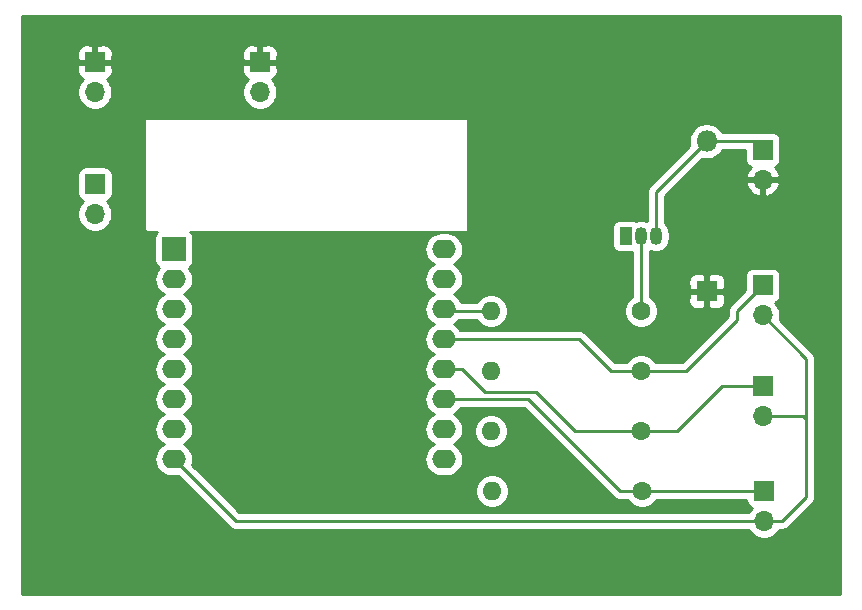
<source format=gbr>
%TF.GenerationSoftware,KiCad,Pcbnew,5.1.6-c6e7f7d~87~ubuntu19.10.1*%
%TF.CreationDate,2021-05-11T16:11:10+01:00*%
%TF.ProjectId,Auto Pump,4175746f-2050-4756-9d70-2e6b69636164,rev?*%
%TF.SameCoordinates,Original*%
%TF.FileFunction,Copper,L1,Top*%
%TF.FilePolarity,Positive*%
%FSLAX46Y46*%
G04 Gerber Fmt 4.6, Leading zero omitted, Abs format (unit mm)*
G04 Created by KiCad (PCBNEW 5.1.6-c6e7f7d~87~ubuntu19.10.1) date 2021-05-11 16:11:10*
%MOMM*%
%LPD*%
G01*
G04 APERTURE LIST*
%TA.AperFunction,ComponentPad*%
%ADD10R,1.800000X1.800000*%
%TD*%
%TA.AperFunction,ComponentPad*%
%ADD11O,1.800000X1.800000*%
%TD*%
%TA.AperFunction,ComponentPad*%
%ADD12R,1.700000X1.700000*%
%TD*%
%TA.AperFunction,ComponentPad*%
%ADD13O,1.700000X1.700000*%
%TD*%
%TA.AperFunction,ComponentPad*%
%ADD14O,1.050000X1.500000*%
%TD*%
%TA.AperFunction,ComponentPad*%
%ADD15R,1.050000X1.500000*%
%TD*%
%TA.AperFunction,ComponentPad*%
%ADD16C,1.600000*%
%TD*%
%TA.AperFunction,ComponentPad*%
%ADD17O,1.600000X1.600000*%
%TD*%
%TA.AperFunction,ComponentPad*%
%ADD18O,2.000000X1.600000*%
%TD*%
%TA.AperFunction,ComponentPad*%
%ADD19R,2.000000X2.000000*%
%TD*%
%TA.AperFunction,Conductor*%
%ADD20C,0.250000*%
%TD*%
%TA.AperFunction,Conductor*%
%ADD21C,0.254000*%
%TD*%
G04 APERTURE END LIST*
D10*
%TO.P,D1,1*%
%TO.N,+12V*%
X158218000Y-111098000D03*
D11*
%TO.P,D1,2*%
%TO.N,Net-(D1-Pad2)*%
X158218000Y-98398000D03*
%TD*%
D12*
%TO.P,J1,1*%
%TO.N,+12V*%
X120396000Y-91694000D03*
D13*
%TO.P,J1,2*%
%TO.N,GND*%
X120396000Y-94234000D03*
%TD*%
%TO.P,J2,2*%
%TO.N,GND*%
X106426000Y-104564000D03*
D12*
%TO.P,J2,1*%
%TO.N,+5V*%
X106426000Y-102024000D03*
%TD*%
%TO.P,J3,1*%
%TO.N,Net-(J3-Pad1)*%
X162968000Y-110598000D03*
D13*
%TO.P,J3,2*%
%TO.N,+3V3*%
X162968000Y-113138000D03*
%TD*%
%TO.P,J4,2*%
%TO.N,+3V3*%
X162968000Y-121638000D03*
D12*
%TO.P,J4,1*%
%TO.N,Net-(J4-Pad1)*%
X162968000Y-119098000D03*
%TD*%
%TO.P,J5,1*%
%TO.N,Net-(J5-Pad1)*%
X163068000Y-128016000D03*
D13*
%TO.P,J5,2*%
%TO.N,+3V3*%
X163068000Y-130556000D03*
%TD*%
%TO.P,J6,2*%
%TO.N,+12V*%
X162968000Y-101638000D03*
D12*
%TO.P,J6,1*%
%TO.N,Net-(D1-Pad2)*%
X162968000Y-99098000D03*
%TD*%
%TO.P,J7,1*%
%TO.N,+12V*%
X106426000Y-91694000D03*
D13*
%TO.P,J7,2*%
%TO.N,GND*%
X106426000Y-94234000D03*
%TD*%
D14*
%TO.P,Q1,2*%
%TO.N,Net-(Q1-Pad2)*%
X152654000Y-106426000D03*
%TO.P,Q1,3*%
%TO.N,Net-(D1-Pad2)*%
X153924000Y-106426000D03*
D15*
%TO.P,Q1,1*%
%TO.N,GND*%
X151384000Y-106426000D03*
%TD*%
D16*
%TO.P,R1,1*%
%TO.N,Net-(J3-Pad1)*%
X152654000Y-117856000D03*
D17*
%TO.P,R1,2*%
%TO.N,GND*%
X139954000Y-117856000D03*
%TD*%
%TO.P,R2,2*%
%TO.N,GND*%
X139954000Y-122936000D03*
D16*
%TO.P,R2,1*%
%TO.N,Net-(J4-Pad1)*%
X152654000Y-122936000D03*
%TD*%
%TO.P,R3,1*%
%TO.N,Net-(J5-Pad1)*%
X152734000Y-128016000D03*
D17*
%TO.P,R3,2*%
%TO.N,GND*%
X140034000Y-128016000D03*
%TD*%
%TO.P,R4,2*%
%TO.N,Net-(R4-Pad2)*%
X139954000Y-112776000D03*
D16*
%TO.P,R4,1*%
%TO.N,Net-(Q1-Pad2)*%
X152654000Y-112776000D03*
%TD*%
D18*
%TO.P,U1,2*%
%TO.N,Net-(U1-Pad2)*%
X113105001Y-110085001D03*
D19*
%TO.P,U1,1*%
%TO.N,Net-(U1-Pad1)*%
X113105001Y-107545001D03*
D18*
%TO.P,U1,3*%
%TO.N,Net-(U1-Pad3)*%
X113105001Y-112625001D03*
%TO.P,U1,4*%
%TO.N,Net-(U1-Pad4)*%
X113105001Y-115165001D03*
%TO.P,U1,5*%
%TO.N,Net-(U1-Pad5)*%
X113105001Y-117705001D03*
%TO.P,U1,6*%
%TO.N,Net-(U1-Pad6)*%
X113105001Y-120245001D03*
%TO.P,U1,7*%
%TO.N,Net-(U1-Pad7)*%
X113105001Y-122785001D03*
%TO.P,U1,8*%
%TO.N,+3V3*%
X113105001Y-125325001D03*
%TO.P,U1,9*%
%TO.N,+5V*%
X135965001Y-125325001D03*
%TO.P,U1,10*%
%TO.N,GND*%
X135965001Y-122785001D03*
%TO.P,U1,11*%
%TO.N,Net-(J5-Pad1)*%
X135965001Y-120245001D03*
%TO.P,U1,12*%
%TO.N,Net-(J4-Pad1)*%
X135965001Y-117705001D03*
%TO.P,U1,13*%
%TO.N,Net-(J3-Pad1)*%
X135965001Y-115165001D03*
%TO.P,U1,14*%
%TO.N,Net-(R4-Pad2)*%
X135965001Y-112625001D03*
%TO.P,U1,15*%
%TO.N,Net-(U1-Pad15)*%
X135965001Y-110085001D03*
%TO.P,U1,16*%
%TO.N,Net-(U1-Pad16)*%
X135965001Y-107545001D03*
%TD*%
D20*
%TO.N,Net-(D1-Pad2)*%
X153924000Y-102692000D02*
X158218000Y-98398000D01*
X153924000Y-106426000D02*
X153924000Y-102692000D01*
X162268000Y-98398000D02*
X162968000Y-99098000D01*
X158218000Y-98398000D02*
X162268000Y-98398000D01*
%TO.N,Net-(J3-Pad1)*%
X152654000Y-117856000D02*
X156464000Y-117856000D01*
X156464000Y-117856000D02*
X160782000Y-113538000D01*
X160782000Y-112784000D02*
X162968000Y-110598000D01*
X160782000Y-113538000D02*
X160782000Y-112784000D01*
X152654000Y-117856000D02*
X150114000Y-117856000D01*
X147423001Y-115165001D02*
X135965001Y-115165001D01*
X150114000Y-117856000D02*
X147423001Y-115165001D01*
%TO.N,+3V3*%
X118336000Y-130556000D02*
X113105001Y-125325001D01*
X163068000Y-130556000D02*
X118336000Y-130556000D01*
X163068000Y-130556000D02*
X164592000Y-130556000D01*
X164592000Y-130556000D02*
X166624000Y-128524000D01*
X166624000Y-116794000D02*
X162968000Y-113138000D01*
X166342000Y-121638000D02*
X166624000Y-121920000D01*
X162968000Y-121638000D02*
X166342000Y-121638000D01*
X166624000Y-121920000D02*
X166624000Y-116794000D01*
X166624000Y-128524000D02*
X166624000Y-121920000D01*
%TO.N,Net-(J4-Pad1)*%
X152654000Y-122936000D02*
X155702000Y-122936000D01*
X159540000Y-119098000D02*
X162968000Y-119098000D01*
X155702000Y-122936000D02*
X159540000Y-119098000D01*
X152654000Y-122936000D02*
X147066000Y-122936000D01*
X147066000Y-122936000D02*
X143764000Y-119634000D01*
X143764000Y-119634000D02*
X139446000Y-119634000D01*
X137517001Y-117705001D02*
X135965001Y-117705001D01*
X139446000Y-119634000D02*
X137517001Y-117705001D01*
%TO.N,Net-(J5-Pad1)*%
X152734000Y-128016000D02*
X163068000Y-128016000D01*
X152734000Y-128016000D02*
X150876000Y-128016000D01*
X143105001Y-120245001D02*
X135965001Y-120245001D01*
X150876000Y-128016000D02*
X143105001Y-120245001D01*
%TO.N,Net-(Q1-Pad2)*%
X152654000Y-112776000D02*
X152654000Y-106426000D01*
%TO.N,Net-(R4-Pad2)*%
X136116000Y-112776000D02*
X135965001Y-112625001D01*
X139954000Y-112776000D02*
X136116000Y-112776000D01*
%TD*%
D21*
%TO.N,+12V*%
G36*
X169495001Y-136729000D02*
G01*
X100253000Y-136729000D01*
X100253000Y-101174000D01*
X104937928Y-101174000D01*
X104937928Y-102874000D01*
X104950188Y-102998482D01*
X104986498Y-103118180D01*
X105045463Y-103228494D01*
X105124815Y-103325185D01*
X105221506Y-103404537D01*
X105331820Y-103463502D01*
X105404380Y-103485513D01*
X105272525Y-103617368D01*
X105110010Y-103860589D01*
X104998068Y-104130842D01*
X104941000Y-104417740D01*
X104941000Y-104710260D01*
X104998068Y-104997158D01*
X105110010Y-105267411D01*
X105272525Y-105510632D01*
X105479368Y-105717475D01*
X105722589Y-105879990D01*
X105992842Y-105991932D01*
X106279740Y-106049000D01*
X106572260Y-106049000D01*
X106859158Y-105991932D01*
X107129411Y-105879990D01*
X107372632Y-105717475D01*
X107579475Y-105510632D01*
X107741990Y-105267411D01*
X107853932Y-104997158D01*
X107911000Y-104710260D01*
X107911000Y-104417740D01*
X107853932Y-104130842D01*
X107741990Y-103860589D01*
X107579475Y-103617368D01*
X107447620Y-103485513D01*
X107520180Y-103463502D01*
X107630494Y-103404537D01*
X107727185Y-103325185D01*
X107806537Y-103228494D01*
X107865502Y-103118180D01*
X107901812Y-102998482D01*
X107914072Y-102874000D01*
X107914072Y-101174000D01*
X107901812Y-101049518D01*
X107865502Y-100929820D01*
X107806537Y-100819506D01*
X107727185Y-100722815D01*
X107630494Y-100643463D01*
X107520180Y-100584498D01*
X107400482Y-100548188D01*
X107276000Y-100535928D01*
X105576000Y-100535928D01*
X105451518Y-100548188D01*
X105331820Y-100584498D01*
X105221506Y-100643463D01*
X105124815Y-100722815D01*
X105045463Y-100819506D01*
X104986498Y-100929820D01*
X104950188Y-101049518D01*
X104937928Y-101174000D01*
X100253000Y-101174000D01*
X100253000Y-96520000D01*
X110617000Y-96520000D01*
X110617000Y-105918000D01*
X110619440Y-105942776D01*
X110626667Y-105966601D01*
X110638403Y-105988557D01*
X110654197Y-106007803D01*
X110673443Y-106023597D01*
X110695399Y-106035333D01*
X110719224Y-106042560D01*
X110744000Y-106045000D01*
X111713299Y-106045000D01*
X111653816Y-106093816D01*
X111574464Y-106190507D01*
X111515499Y-106300821D01*
X111479189Y-106420519D01*
X111466929Y-106545001D01*
X111466929Y-108545001D01*
X111479189Y-108669483D01*
X111515499Y-108789181D01*
X111574464Y-108899495D01*
X111653816Y-108996186D01*
X111750507Y-109075538D01*
X111838477Y-109122560D01*
X111706069Y-109283900D01*
X111572819Y-109533193D01*
X111490765Y-109803692D01*
X111463058Y-110085001D01*
X111490765Y-110366310D01*
X111572819Y-110636809D01*
X111706069Y-110886102D01*
X111885393Y-111104609D01*
X112103900Y-111283933D01*
X112236859Y-111355001D01*
X112103900Y-111426069D01*
X111885393Y-111605393D01*
X111706069Y-111823900D01*
X111572819Y-112073193D01*
X111490765Y-112343692D01*
X111463058Y-112625001D01*
X111490765Y-112906310D01*
X111572819Y-113176809D01*
X111706069Y-113426102D01*
X111885393Y-113644609D01*
X112103900Y-113823933D01*
X112236859Y-113895001D01*
X112103900Y-113966069D01*
X111885393Y-114145393D01*
X111706069Y-114363900D01*
X111572819Y-114613193D01*
X111490765Y-114883692D01*
X111463058Y-115165001D01*
X111490765Y-115446310D01*
X111572819Y-115716809D01*
X111706069Y-115966102D01*
X111885393Y-116184609D01*
X112103900Y-116363933D01*
X112236859Y-116435001D01*
X112103900Y-116506069D01*
X111885393Y-116685393D01*
X111706069Y-116903900D01*
X111572819Y-117153193D01*
X111490765Y-117423692D01*
X111463058Y-117705001D01*
X111490765Y-117986310D01*
X111572819Y-118256809D01*
X111706069Y-118506102D01*
X111885393Y-118724609D01*
X112103900Y-118903933D01*
X112236859Y-118975001D01*
X112103900Y-119046069D01*
X111885393Y-119225393D01*
X111706069Y-119443900D01*
X111572819Y-119693193D01*
X111490765Y-119963692D01*
X111463058Y-120245001D01*
X111490765Y-120526310D01*
X111572819Y-120796809D01*
X111706069Y-121046102D01*
X111885393Y-121264609D01*
X112103900Y-121443933D01*
X112236859Y-121515001D01*
X112103900Y-121586069D01*
X111885393Y-121765393D01*
X111706069Y-121983900D01*
X111572819Y-122233193D01*
X111490765Y-122503692D01*
X111463058Y-122785001D01*
X111490765Y-123066310D01*
X111572819Y-123336809D01*
X111706069Y-123586102D01*
X111885393Y-123804609D01*
X112103900Y-123983933D01*
X112236859Y-124055001D01*
X112103900Y-124126069D01*
X111885393Y-124305393D01*
X111706069Y-124523900D01*
X111572819Y-124773193D01*
X111490765Y-125043692D01*
X111463058Y-125325001D01*
X111490765Y-125606310D01*
X111572819Y-125876809D01*
X111706069Y-126126102D01*
X111885393Y-126344609D01*
X112103900Y-126523933D01*
X112353193Y-126657183D01*
X112623692Y-126739237D01*
X112834509Y-126760001D01*
X113375493Y-126760001D01*
X113457157Y-126751958D01*
X117772201Y-131067003D01*
X117795999Y-131096001D01*
X117911724Y-131190974D01*
X118043753Y-131261546D01*
X118187014Y-131305003D01*
X118298667Y-131316000D01*
X118298675Y-131316000D01*
X118336000Y-131319676D01*
X118373325Y-131316000D01*
X161789822Y-131316000D01*
X161914525Y-131502632D01*
X162121368Y-131709475D01*
X162364589Y-131871990D01*
X162634842Y-131983932D01*
X162921740Y-132041000D01*
X163214260Y-132041000D01*
X163501158Y-131983932D01*
X163771411Y-131871990D01*
X164014632Y-131709475D01*
X164221475Y-131502632D01*
X164346178Y-131316000D01*
X164554678Y-131316000D01*
X164592000Y-131319676D01*
X164629322Y-131316000D01*
X164629333Y-131316000D01*
X164740986Y-131305003D01*
X164884247Y-131261546D01*
X165016276Y-131190974D01*
X165132001Y-131096001D01*
X165155804Y-131066997D01*
X167135004Y-129087798D01*
X167164001Y-129064001D01*
X167190332Y-129031917D01*
X167258974Y-128948277D01*
X167329546Y-128816247D01*
X167329546Y-128816246D01*
X167373003Y-128672986D01*
X167384000Y-128561333D01*
X167384000Y-128561323D01*
X167387676Y-128524000D01*
X167384000Y-128486677D01*
X167384000Y-121957322D01*
X167387676Y-121919999D01*
X167384000Y-121882676D01*
X167384000Y-116831325D01*
X167387676Y-116794000D01*
X167384000Y-116756675D01*
X167384000Y-116756667D01*
X167373003Y-116645014D01*
X167329546Y-116501753D01*
X167258974Y-116369724D01*
X167164001Y-116253999D01*
X167135003Y-116230201D01*
X164409209Y-113504408D01*
X164453000Y-113284260D01*
X164453000Y-112991740D01*
X164395932Y-112704842D01*
X164283990Y-112434589D01*
X164121475Y-112191368D01*
X163989620Y-112059513D01*
X164062180Y-112037502D01*
X164172494Y-111978537D01*
X164269185Y-111899185D01*
X164348537Y-111802494D01*
X164407502Y-111692180D01*
X164443812Y-111572482D01*
X164456072Y-111448000D01*
X164456072Y-109748000D01*
X164443812Y-109623518D01*
X164407502Y-109503820D01*
X164348537Y-109393506D01*
X164269185Y-109296815D01*
X164172494Y-109217463D01*
X164062180Y-109158498D01*
X163942482Y-109122188D01*
X163818000Y-109109928D01*
X162118000Y-109109928D01*
X161993518Y-109122188D01*
X161873820Y-109158498D01*
X161763506Y-109217463D01*
X161666815Y-109296815D01*
X161587463Y-109393506D01*
X161528498Y-109503820D01*
X161492188Y-109623518D01*
X161479928Y-109748000D01*
X161479928Y-111011270D01*
X160270998Y-112220201D01*
X160242000Y-112243999D01*
X160218202Y-112272997D01*
X160218201Y-112272998D01*
X160147026Y-112359724D01*
X160076454Y-112491754D01*
X160061317Y-112541655D01*
X160032997Y-112635014D01*
X160022000Y-112746667D01*
X160022000Y-112746678D01*
X160018324Y-112784000D01*
X160022000Y-112821322D01*
X160022000Y-113223198D01*
X156149199Y-117096000D01*
X153872043Y-117096000D01*
X153768637Y-116941241D01*
X153568759Y-116741363D01*
X153333727Y-116584320D01*
X153072574Y-116476147D01*
X152795335Y-116421000D01*
X152512665Y-116421000D01*
X152235426Y-116476147D01*
X151974273Y-116584320D01*
X151739241Y-116741363D01*
X151539363Y-116941241D01*
X151435957Y-117096000D01*
X150428802Y-117096000D01*
X147986805Y-114654004D01*
X147963002Y-114625000D01*
X147847277Y-114530027D01*
X147715248Y-114459455D01*
X147571987Y-114415998D01*
X147460334Y-114405001D01*
X147460323Y-114405001D01*
X147423001Y-114401325D01*
X147385679Y-114405001D01*
X137385902Y-114405001D01*
X137363933Y-114363900D01*
X137184609Y-114145393D01*
X136966102Y-113966069D01*
X136833143Y-113895001D01*
X136966102Y-113823933D01*
X137184609Y-113644609D01*
X137273742Y-113536000D01*
X138735957Y-113536000D01*
X138839363Y-113690759D01*
X139039241Y-113890637D01*
X139274273Y-114047680D01*
X139535426Y-114155853D01*
X139812665Y-114211000D01*
X140095335Y-114211000D01*
X140372574Y-114155853D01*
X140633727Y-114047680D01*
X140868759Y-113890637D01*
X141068637Y-113690759D01*
X141225680Y-113455727D01*
X141333853Y-113194574D01*
X141389000Y-112917335D01*
X141389000Y-112634665D01*
X141333853Y-112357426D01*
X141225680Y-112096273D01*
X141068637Y-111861241D01*
X140868759Y-111661363D01*
X140633727Y-111504320D01*
X140372574Y-111396147D01*
X140095335Y-111341000D01*
X139812665Y-111341000D01*
X139535426Y-111396147D01*
X139274273Y-111504320D01*
X139039241Y-111661363D01*
X138839363Y-111861241D01*
X138735957Y-112016000D01*
X137466613Y-112016000D01*
X137363933Y-111823900D01*
X137184609Y-111605393D01*
X136966102Y-111426069D01*
X136833143Y-111355001D01*
X136966102Y-111283933D01*
X137184609Y-111104609D01*
X137363933Y-110886102D01*
X137497183Y-110636809D01*
X137579237Y-110366310D01*
X137606944Y-110085001D01*
X137579237Y-109803692D01*
X137497183Y-109533193D01*
X137363933Y-109283900D01*
X137184609Y-109065393D01*
X136966102Y-108886069D01*
X136833143Y-108815001D01*
X136966102Y-108743933D01*
X137184609Y-108564609D01*
X137363933Y-108346102D01*
X137497183Y-108096809D01*
X137579237Y-107826310D01*
X137606944Y-107545001D01*
X137579237Y-107263692D01*
X137497183Y-106993193D01*
X137363933Y-106743900D01*
X137184609Y-106525393D01*
X136966102Y-106346069D01*
X136716809Y-106212819D01*
X136446310Y-106130765D01*
X136235493Y-106110001D01*
X135694509Y-106110001D01*
X135483692Y-106130765D01*
X135213193Y-106212819D01*
X134963900Y-106346069D01*
X134745393Y-106525393D01*
X134566069Y-106743900D01*
X134432819Y-106993193D01*
X134350765Y-107263692D01*
X134323058Y-107545001D01*
X134350765Y-107826310D01*
X134432819Y-108096809D01*
X134566069Y-108346102D01*
X134745393Y-108564609D01*
X134963900Y-108743933D01*
X135096859Y-108815001D01*
X134963900Y-108886069D01*
X134745393Y-109065393D01*
X134566069Y-109283900D01*
X134432819Y-109533193D01*
X134350765Y-109803692D01*
X134323058Y-110085001D01*
X134350765Y-110366310D01*
X134432819Y-110636809D01*
X134566069Y-110886102D01*
X134745393Y-111104609D01*
X134963900Y-111283933D01*
X135096859Y-111355001D01*
X134963900Y-111426069D01*
X134745393Y-111605393D01*
X134566069Y-111823900D01*
X134432819Y-112073193D01*
X134350765Y-112343692D01*
X134323058Y-112625001D01*
X134350765Y-112906310D01*
X134432819Y-113176809D01*
X134566069Y-113426102D01*
X134745393Y-113644609D01*
X134963900Y-113823933D01*
X135096859Y-113895001D01*
X134963900Y-113966069D01*
X134745393Y-114145393D01*
X134566069Y-114363900D01*
X134432819Y-114613193D01*
X134350765Y-114883692D01*
X134323058Y-115165001D01*
X134350765Y-115446310D01*
X134432819Y-115716809D01*
X134566069Y-115966102D01*
X134745393Y-116184609D01*
X134963900Y-116363933D01*
X135096859Y-116435001D01*
X134963900Y-116506069D01*
X134745393Y-116685393D01*
X134566069Y-116903900D01*
X134432819Y-117153193D01*
X134350765Y-117423692D01*
X134323058Y-117705001D01*
X134350765Y-117986310D01*
X134432819Y-118256809D01*
X134566069Y-118506102D01*
X134745393Y-118724609D01*
X134963900Y-118903933D01*
X135096859Y-118975001D01*
X134963900Y-119046069D01*
X134745393Y-119225393D01*
X134566069Y-119443900D01*
X134432819Y-119693193D01*
X134350765Y-119963692D01*
X134323058Y-120245001D01*
X134350765Y-120526310D01*
X134432819Y-120796809D01*
X134566069Y-121046102D01*
X134745393Y-121264609D01*
X134963900Y-121443933D01*
X135096859Y-121515001D01*
X134963900Y-121586069D01*
X134745393Y-121765393D01*
X134566069Y-121983900D01*
X134432819Y-122233193D01*
X134350765Y-122503692D01*
X134323058Y-122785001D01*
X134350765Y-123066310D01*
X134432819Y-123336809D01*
X134566069Y-123586102D01*
X134745393Y-123804609D01*
X134963900Y-123983933D01*
X135096859Y-124055001D01*
X134963900Y-124126069D01*
X134745393Y-124305393D01*
X134566069Y-124523900D01*
X134432819Y-124773193D01*
X134350765Y-125043692D01*
X134323058Y-125325001D01*
X134350765Y-125606310D01*
X134432819Y-125876809D01*
X134566069Y-126126102D01*
X134745393Y-126344609D01*
X134963900Y-126523933D01*
X135213193Y-126657183D01*
X135483692Y-126739237D01*
X135694509Y-126760001D01*
X136235493Y-126760001D01*
X136446310Y-126739237D01*
X136716809Y-126657183D01*
X136966102Y-126523933D01*
X137184609Y-126344609D01*
X137363933Y-126126102D01*
X137497183Y-125876809D01*
X137579237Y-125606310D01*
X137606944Y-125325001D01*
X137579237Y-125043692D01*
X137497183Y-124773193D01*
X137363933Y-124523900D01*
X137184609Y-124305393D01*
X136966102Y-124126069D01*
X136833143Y-124055001D01*
X136966102Y-123983933D01*
X137184609Y-123804609D01*
X137363933Y-123586102D01*
X137497183Y-123336809D01*
X137579237Y-123066310D01*
X137605992Y-122794665D01*
X138519000Y-122794665D01*
X138519000Y-123077335D01*
X138574147Y-123354574D01*
X138682320Y-123615727D01*
X138839363Y-123850759D01*
X139039241Y-124050637D01*
X139274273Y-124207680D01*
X139535426Y-124315853D01*
X139812665Y-124371000D01*
X140095335Y-124371000D01*
X140372574Y-124315853D01*
X140633727Y-124207680D01*
X140868759Y-124050637D01*
X141068637Y-123850759D01*
X141225680Y-123615727D01*
X141333853Y-123354574D01*
X141389000Y-123077335D01*
X141389000Y-122794665D01*
X141333853Y-122517426D01*
X141225680Y-122256273D01*
X141068637Y-122021241D01*
X140868759Y-121821363D01*
X140633727Y-121664320D01*
X140372574Y-121556147D01*
X140095335Y-121501000D01*
X139812665Y-121501000D01*
X139535426Y-121556147D01*
X139274273Y-121664320D01*
X139039241Y-121821363D01*
X138839363Y-122021241D01*
X138682320Y-122256273D01*
X138574147Y-122517426D01*
X138519000Y-122794665D01*
X137605992Y-122794665D01*
X137606944Y-122785001D01*
X137579237Y-122503692D01*
X137497183Y-122233193D01*
X137363933Y-121983900D01*
X137184609Y-121765393D01*
X136966102Y-121586069D01*
X136833143Y-121515001D01*
X136966102Y-121443933D01*
X137184609Y-121264609D01*
X137363933Y-121046102D01*
X137385902Y-121005001D01*
X142790200Y-121005001D01*
X150312201Y-128527003D01*
X150335999Y-128556001D01*
X150451724Y-128650974D01*
X150583753Y-128721546D01*
X150727014Y-128765003D01*
X150838667Y-128776000D01*
X150838676Y-128776000D01*
X150875999Y-128779676D01*
X150913322Y-128776000D01*
X151515957Y-128776000D01*
X151619363Y-128930759D01*
X151819241Y-129130637D01*
X152054273Y-129287680D01*
X152315426Y-129395853D01*
X152592665Y-129451000D01*
X152875335Y-129451000D01*
X153152574Y-129395853D01*
X153413727Y-129287680D01*
X153648759Y-129130637D01*
X153848637Y-128930759D01*
X153952043Y-128776000D01*
X161579928Y-128776000D01*
X161579928Y-128866000D01*
X161592188Y-128990482D01*
X161628498Y-129110180D01*
X161687463Y-129220494D01*
X161766815Y-129317185D01*
X161863506Y-129396537D01*
X161973820Y-129455502D01*
X162046380Y-129477513D01*
X161914525Y-129609368D01*
X161789822Y-129796000D01*
X118650802Y-129796000D01*
X116729467Y-127874665D01*
X138599000Y-127874665D01*
X138599000Y-128157335D01*
X138654147Y-128434574D01*
X138762320Y-128695727D01*
X138919363Y-128930759D01*
X139119241Y-129130637D01*
X139354273Y-129287680D01*
X139615426Y-129395853D01*
X139892665Y-129451000D01*
X140175335Y-129451000D01*
X140452574Y-129395853D01*
X140713727Y-129287680D01*
X140948759Y-129130637D01*
X141148637Y-128930759D01*
X141305680Y-128695727D01*
X141413853Y-128434574D01*
X141469000Y-128157335D01*
X141469000Y-127874665D01*
X141413853Y-127597426D01*
X141305680Y-127336273D01*
X141148637Y-127101241D01*
X140948759Y-126901363D01*
X140713727Y-126744320D01*
X140452574Y-126636147D01*
X140175335Y-126581000D01*
X139892665Y-126581000D01*
X139615426Y-126636147D01*
X139354273Y-126744320D01*
X139119241Y-126901363D01*
X138919363Y-127101241D01*
X138762320Y-127336273D01*
X138654147Y-127597426D01*
X138599000Y-127874665D01*
X116729467Y-127874665D01*
X114659160Y-125804359D01*
X114719237Y-125606310D01*
X114746944Y-125325001D01*
X114719237Y-125043692D01*
X114637183Y-124773193D01*
X114503933Y-124523900D01*
X114324609Y-124305393D01*
X114106102Y-124126069D01*
X113973143Y-124055001D01*
X114106102Y-123983933D01*
X114324609Y-123804609D01*
X114503933Y-123586102D01*
X114637183Y-123336809D01*
X114719237Y-123066310D01*
X114746944Y-122785001D01*
X114719237Y-122503692D01*
X114637183Y-122233193D01*
X114503933Y-121983900D01*
X114324609Y-121765393D01*
X114106102Y-121586069D01*
X113973143Y-121515001D01*
X114106102Y-121443933D01*
X114324609Y-121264609D01*
X114503933Y-121046102D01*
X114637183Y-120796809D01*
X114719237Y-120526310D01*
X114746944Y-120245001D01*
X114719237Y-119963692D01*
X114637183Y-119693193D01*
X114503933Y-119443900D01*
X114324609Y-119225393D01*
X114106102Y-119046069D01*
X113973143Y-118975001D01*
X114106102Y-118903933D01*
X114324609Y-118724609D01*
X114503933Y-118506102D01*
X114637183Y-118256809D01*
X114719237Y-117986310D01*
X114746944Y-117705001D01*
X114719237Y-117423692D01*
X114637183Y-117153193D01*
X114503933Y-116903900D01*
X114324609Y-116685393D01*
X114106102Y-116506069D01*
X113973143Y-116435001D01*
X114106102Y-116363933D01*
X114324609Y-116184609D01*
X114503933Y-115966102D01*
X114637183Y-115716809D01*
X114719237Y-115446310D01*
X114746944Y-115165001D01*
X114719237Y-114883692D01*
X114637183Y-114613193D01*
X114503933Y-114363900D01*
X114324609Y-114145393D01*
X114106102Y-113966069D01*
X113973143Y-113895001D01*
X114106102Y-113823933D01*
X114324609Y-113644609D01*
X114503933Y-113426102D01*
X114637183Y-113176809D01*
X114719237Y-112906310D01*
X114746944Y-112625001D01*
X114719237Y-112343692D01*
X114637183Y-112073193D01*
X114503933Y-111823900D01*
X114324609Y-111605393D01*
X114106102Y-111426069D01*
X113973143Y-111355001D01*
X114106102Y-111283933D01*
X114324609Y-111104609D01*
X114503933Y-110886102D01*
X114637183Y-110636809D01*
X114719237Y-110366310D01*
X114746944Y-110085001D01*
X114719237Y-109803692D01*
X114637183Y-109533193D01*
X114503933Y-109283900D01*
X114371525Y-109122560D01*
X114459495Y-109075538D01*
X114556186Y-108996186D01*
X114635538Y-108899495D01*
X114694503Y-108789181D01*
X114730813Y-108669483D01*
X114743073Y-108545001D01*
X114743073Y-106545001D01*
X114730813Y-106420519D01*
X114694503Y-106300821D01*
X114635538Y-106190507D01*
X114556186Y-106093816D01*
X114496703Y-106045000D01*
X137922000Y-106045000D01*
X137946776Y-106042560D01*
X137970601Y-106035333D01*
X137992557Y-106023597D01*
X138011803Y-106007803D01*
X138027597Y-105988557D01*
X138039333Y-105966601D01*
X138046560Y-105942776D01*
X138049000Y-105918000D01*
X138049000Y-105676000D01*
X150220928Y-105676000D01*
X150220928Y-107176000D01*
X150233188Y-107300482D01*
X150269498Y-107420180D01*
X150328463Y-107530494D01*
X150407815Y-107627185D01*
X150504506Y-107706537D01*
X150614820Y-107765502D01*
X150734518Y-107801812D01*
X150859000Y-107814072D01*
X151894001Y-107814072D01*
X151894000Y-111557956D01*
X151739241Y-111661363D01*
X151539363Y-111861241D01*
X151382320Y-112096273D01*
X151274147Y-112357426D01*
X151219000Y-112634665D01*
X151219000Y-112917335D01*
X151274147Y-113194574D01*
X151382320Y-113455727D01*
X151539363Y-113690759D01*
X151739241Y-113890637D01*
X151974273Y-114047680D01*
X152235426Y-114155853D01*
X152512665Y-114211000D01*
X152795335Y-114211000D01*
X153072574Y-114155853D01*
X153333727Y-114047680D01*
X153568759Y-113890637D01*
X153768637Y-113690759D01*
X153925680Y-113455727D01*
X154033853Y-113194574D01*
X154089000Y-112917335D01*
X154089000Y-112634665D01*
X154033853Y-112357426D01*
X153925680Y-112096273D01*
X153860017Y-111998000D01*
X156679928Y-111998000D01*
X156692188Y-112122482D01*
X156728498Y-112242180D01*
X156787463Y-112352494D01*
X156866815Y-112449185D01*
X156963506Y-112528537D01*
X157073820Y-112587502D01*
X157193518Y-112623812D01*
X157318000Y-112636072D01*
X157932250Y-112633000D01*
X158091000Y-112474250D01*
X158091000Y-111225000D01*
X158345000Y-111225000D01*
X158345000Y-112474250D01*
X158503750Y-112633000D01*
X159118000Y-112636072D01*
X159242482Y-112623812D01*
X159362180Y-112587502D01*
X159472494Y-112528537D01*
X159569185Y-112449185D01*
X159648537Y-112352494D01*
X159707502Y-112242180D01*
X159743812Y-112122482D01*
X159756072Y-111998000D01*
X159753000Y-111383750D01*
X159594250Y-111225000D01*
X158345000Y-111225000D01*
X158091000Y-111225000D01*
X156841750Y-111225000D01*
X156683000Y-111383750D01*
X156679928Y-111998000D01*
X153860017Y-111998000D01*
X153768637Y-111861241D01*
X153568759Y-111661363D01*
X153414000Y-111557957D01*
X153414000Y-110198000D01*
X156679928Y-110198000D01*
X156683000Y-110812250D01*
X156841750Y-110971000D01*
X158091000Y-110971000D01*
X158091000Y-109721750D01*
X158345000Y-109721750D01*
X158345000Y-110971000D01*
X159594250Y-110971000D01*
X159753000Y-110812250D01*
X159756072Y-110198000D01*
X159743812Y-110073518D01*
X159707502Y-109953820D01*
X159648537Y-109843506D01*
X159569185Y-109746815D01*
X159472494Y-109667463D01*
X159362180Y-109608498D01*
X159242482Y-109572188D01*
X159118000Y-109559928D01*
X158503750Y-109563000D01*
X158345000Y-109721750D01*
X158091000Y-109721750D01*
X157932250Y-109563000D01*
X157318000Y-109559928D01*
X157193518Y-109572188D01*
X157073820Y-109608498D01*
X156963506Y-109667463D01*
X156866815Y-109746815D01*
X156787463Y-109843506D01*
X156728498Y-109953820D01*
X156692188Y-110073518D01*
X156679928Y-110198000D01*
X153414000Y-110198000D01*
X153414000Y-107693708D01*
X153477941Y-107727885D01*
X153696601Y-107794215D01*
X153924000Y-107816612D01*
X154151400Y-107794215D01*
X154370060Y-107727885D01*
X154571579Y-107620171D01*
X154748212Y-107475212D01*
X154893171Y-107298579D01*
X155000885Y-107097059D01*
X155067215Y-106878399D01*
X155084000Y-106707978D01*
X155084000Y-106144021D01*
X155067215Y-105973600D01*
X155000885Y-105754940D01*
X154893171Y-105553421D01*
X154748212Y-105376788D01*
X154684000Y-105324091D01*
X154684000Y-103006801D01*
X155695911Y-101994890D01*
X161526524Y-101994890D01*
X161571175Y-102142099D01*
X161696359Y-102404920D01*
X161870412Y-102638269D01*
X162086645Y-102833178D01*
X162336748Y-102982157D01*
X162611109Y-103079481D01*
X162841000Y-102958814D01*
X162841000Y-101765000D01*
X163095000Y-101765000D01*
X163095000Y-102958814D01*
X163324891Y-103079481D01*
X163599252Y-102982157D01*
X163849355Y-102833178D01*
X164065588Y-102638269D01*
X164239641Y-102404920D01*
X164364825Y-102142099D01*
X164409476Y-101994890D01*
X164288155Y-101765000D01*
X163095000Y-101765000D01*
X162841000Y-101765000D01*
X161647845Y-101765000D01*
X161526524Y-101994890D01*
X155695911Y-101994890D01*
X157809070Y-99881731D01*
X158066816Y-99933000D01*
X158369184Y-99933000D01*
X158665743Y-99874011D01*
X158945095Y-99758299D01*
X159196505Y-99590312D01*
X159410312Y-99376505D01*
X159556313Y-99158000D01*
X161479928Y-99158000D01*
X161479928Y-99948000D01*
X161492188Y-100072482D01*
X161528498Y-100192180D01*
X161587463Y-100302494D01*
X161666815Y-100399185D01*
X161763506Y-100478537D01*
X161873820Y-100537502D01*
X161954466Y-100561966D01*
X161870412Y-100637731D01*
X161696359Y-100871080D01*
X161571175Y-101133901D01*
X161526524Y-101281110D01*
X161647845Y-101511000D01*
X162841000Y-101511000D01*
X162841000Y-101491000D01*
X163095000Y-101491000D01*
X163095000Y-101511000D01*
X164288155Y-101511000D01*
X164409476Y-101281110D01*
X164364825Y-101133901D01*
X164239641Y-100871080D01*
X164065588Y-100637731D01*
X163981534Y-100561966D01*
X164062180Y-100537502D01*
X164172494Y-100478537D01*
X164269185Y-100399185D01*
X164348537Y-100302494D01*
X164407502Y-100192180D01*
X164443812Y-100072482D01*
X164456072Y-99948000D01*
X164456072Y-98248000D01*
X164443812Y-98123518D01*
X164407502Y-98003820D01*
X164348537Y-97893506D01*
X164269185Y-97796815D01*
X164172494Y-97717463D01*
X164062180Y-97658498D01*
X163942482Y-97622188D01*
X163818000Y-97609928D01*
X162118000Y-97609928D01*
X161993518Y-97622188D01*
X161941393Y-97638000D01*
X159556313Y-97638000D01*
X159410312Y-97419495D01*
X159196505Y-97205688D01*
X158945095Y-97037701D01*
X158665743Y-96921989D01*
X158369184Y-96863000D01*
X158066816Y-96863000D01*
X157770257Y-96921989D01*
X157490905Y-97037701D01*
X157239495Y-97205688D01*
X157025688Y-97419495D01*
X156857701Y-97670905D01*
X156741989Y-97950257D01*
X156683000Y-98246816D01*
X156683000Y-98549184D01*
X156734269Y-98806930D01*
X153412998Y-102128201D01*
X153384000Y-102151999D01*
X153360202Y-102180997D01*
X153360201Y-102180998D01*
X153289026Y-102267724D01*
X153218454Y-102399754D01*
X153174998Y-102543015D01*
X153160324Y-102692000D01*
X153164001Y-102729332D01*
X153164000Y-105158292D01*
X153100059Y-105124115D01*
X152881399Y-105057785D01*
X152654000Y-105035388D01*
X152426600Y-105057785D01*
X152217902Y-105121093D01*
X152153180Y-105086498D01*
X152033482Y-105050188D01*
X151909000Y-105037928D01*
X150859000Y-105037928D01*
X150734518Y-105050188D01*
X150614820Y-105086498D01*
X150504506Y-105145463D01*
X150407815Y-105224815D01*
X150328463Y-105321506D01*
X150269498Y-105431820D01*
X150233188Y-105551518D01*
X150220928Y-105676000D01*
X138049000Y-105676000D01*
X138049000Y-96520000D01*
X138046560Y-96495224D01*
X138039333Y-96471399D01*
X138027597Y-96449443D01*
X138011803Y-96430197D01*
X137992557Y-96414403D01*
X137970601Y-96402667D01*
X137946776Y-96395440D01*
X137922000Y-96393000D01*
X110744000Y-96393000D01*
X110719224Y-96395440D01*
X110695399Y-96402667D01*
X110673443Y-96414403D01*
X110654197Y-96430197D01*
X110638403Y-96449443D01*
X110626667Y-96471399D01*
X110619440Y-96495224D01*
X110617000Y-96520000D01*
X100253000Y-96520000D01*
X100253000Y-92544000D01*
X104937928Y-92544000D01*
X104950188Y-92668482D01*
X104986498Y-92788180D01*
X105045463Y-92898494D01*
X105124815Y-92995185D01*
X105221506Y-93074537D01*
X105331820Y-93133502D01*
X105404380Y-93155513D01*
X105272525Y-93287368D01*
X105110010Y-93530589D01*
X104998068Y-93800842D01*
X104941000Y-94087740D01*
X104941000Y-94380260D01*
X104998068Y-94667158D01*
X105110010Y-94937411D01*
X105272525Y-95180632D01*
X105479368Y-95387475D01*
X105722589Y-95549990D01*
X105992842Y-95661932D01*
X106279740Y-95719000D01*
X106572260Y-95719000D01*
X106859158Y-95661932D01*
X107129411Y-95549990D01*
X107372632Y-95387475D01*
X107579475Y-95180632D01*
X107741990Y-94937411D01*
X107853932Y-94667158D01*
X107911000Y-94380260D01*
X107911000Y-94087740D01*
X107853932Y-93800842D01*
X107741990Y-93530589D01*
X107579475Y-93287368D01*
X107447620Y-93155513D01*
X107520180Y-93133502D01*
X107630494Y-93074537D01*
X107727185Y-92995185D01*
X107806537Y-92898494D01*
X107865502Y-92788180D01*
X107901812Y-92668482D01*
X107914072Y-92544000D01*
X118907928Y-92544000D01*
X118920188Y-92668482D01*
X118956498Y-92788180D01*
X119015463Y-92898494D01*
X119094815Y-92995185D01*
X119191506Y-93074537D01*
X119301820Y-93133502D01*
X119374380Y-93155513D01*
X119242525Y-93287368D01*
X119080010Y-93530589D01*
X118968068Y-93800842D01*
X118911000Y-94087740D01*
X118911000Y-94380260D01*
X118968068Y-94667158D01*
X119080010Y-94937411D01*
X119242525Y-95180632D01*
X119449368Y-95387475D01*
X119692589Y-95549990D01*
X119962842Y-95661932D01*
X120249740Y-95719000D01*
X120542260Y-95719000D01*
X120829158Y-95661932D01*
X121099411Y-95549990D01*
X121342632Y-95387475D01*
X121549475Y-95180632D01*
X121711990Y-94937411D01*
X121823932Y-94667158D01*
X121881000Y-94380260D01*
X121881000Y-94087740D01*
X121823932Y-93800842D01*
X121711990Y-93530589D01*
X121549475Y-93287368D01*
X121417620Y-93155513D01*
X121490180Y-93133502D01*
X121600494Y-93074537D01*
X121697185Y-92995185D01*
X121776537Y-92898494D01*
X121835502Y-92788180D01*
X121871812Y-92668482D01*
X121884072Y-92544000D01*
X121881000Y-91979750D01*
X121722250Y-91821000D01*
X120523000Y-91821000D01*
X120523000Y-91841000D01*
X120269000Y-91841000D01*
X120269000Y-91821000D01*
X119069750Y-91821000D01*
X118911000Y-91979750D01*
X118907928Y-92544000D01*
X107914072Y-92544000D01*
X107911000Y-91979750D01*
X107752250Y-91821000D01*
X106553000Y-91821000D01*
X106553000Y-91841000D01*
X106299000Y-91841000D01*
X106299000Y-91821000D01*
X105099750Y-91821000D01*
X104941000Y-91979750D01*
X104937928Y-92544000D01*
X100253000Y-92544000D01*
X100253000Y-90844000D01*
X104937928Y-90844000D01*
X104941000Y-91408250D01*
X105099750Y-91567000D01*
X106299000Y-91567000D01*
X106299000Y-90367750D01*
X106553000Y-90367750D01*
X106553000Y-91567000D01*
X107752250Y-91567000D01*
X107911000Y-91408250D01*
X107914072Y-90844000D01*
X118907928Y-90844000D01*
X118911000Y-91408250D01*
X119069750Y-91567000D01*
X120269000Y-91567000D01*
X120269000Y-90367750D01*
X120523000Y-90367750D01*
X120523000Y-91567000D01*
X121722250Y-91567000D01*
X121881000Y-91408250D01*
X121884072Y-90844000D01*
X121871812Y-90719518D01*
X121835502Y-90599820D01*
X121776537Y-90489506D01*
X121697185Y-90392815D01*
X121600494Y-90313463D01*
X121490180Y-90254498D01*
X121370482Y-90218188D01*
X121246000Y-90205928D01*
X120681750Y-90209000D01*
X120523000Y-90367750D01*
X120269000Y-90367750D01*
X120110250Y-90209000D01*
X119546000Y-90205928D01*
X119421518Y-90218188D01*
X119301820Y-90254498D01*
X119191506Y-90313463D01*
X119094815Y-90392815D01*
X119015463Y-90489506D01*
X118956498Y-90599820D01*
X118920188Y-90719518D01*
X118907928Y-90844000D01*
X107914072Y-90844000D01*
X107901812Y-90719518D01*
X107865502Y-90599820D01*
X107806537Y-90489506D01*
X107727185Y-90392815D01*
X107630494Y-90313463D01*
X107520180Y-90254498D01*
X107400482Y-90218188D01*
X107276000Y-90205928D01*
X106711750Y-90209000D01*
X106553000Y-90367750D01*
X106299000Y-90367750D01*
X106140250Y-90209000D01*
X105576000Y-90205928D01*
X105451518Y-90218188D01*
X105331820Y-90254498D01*
X105221506Y-90313463D01*
X105124815Y-90392815D01*
X105045463Y-90489506D01*
X104986498Y-90599820D01*
X104950188Y-90719518D01*
X104937928Y-90844000D01*
X100253000Y-90844000D01*
X100253000Y-87807000D01*
X169495000Y-87807000D01*
X169495001Y-136729000D01*
G37*
X169495001Y-136729000D02*
X100253000Y-136729000D01*
X100253000Y-101174000D01*
X104937928Y-101174000D01*
X104937928Y-102874000D01*
X104950188Y-102998482D01*
X104986498Y-103118180D01*
X105045463Y-103228494D01*
X105124815Y-103325185D01*
X105221506Y-103404537D01*
X105331820Y-103463502D01*
X105404380Y-103485513D01*
X105272525Y-103617368D01*
X105110010Y-103860589D01*
X104998068Y-104130842D01*
X104941000Y-104417740D01*
X104941000Y-104710260D01*
X104998068Y-104997158D01*
X105110010Y-105267411D01*
X105272525Y-105510632D01*
X105479368Y-105717475D01*
X105722589Y-105879990D01*
X105992842Y-105991932D01*
X106279740Y-106049000D01*
X106572260Y-106049000D01*
X106859158Y-105991932D01*
X107129411Y-105879990D01*
X107372632Y-105717475D01*
X107579475Y-105510632D01*
X107741990Y-105267411D01*
X107853932Y-104997158D01*
X107911000Y-104710260D01*
X107911000Y-104417740D01*
X107853932Y-104130842D01*
X107741990Y-103860589D01*
X107579475Y-103617368D01*
X107447620Y-103485513D01*
X107520180Y-103463502D01*
X107630494Y-103404537D01*
X107727185Y-103325185D01*
X107806537Y-103228494D01*
X107865502Y-103118180D01*
X107901812Y-102998482D01*
X107914072Y-102874000D01*
X107914072Y-101174000D01*
X107901812Y-101049518D01*
X107865502Y-100929820D01*
X107806537Y-100819506D01*
X107727185Y-100722815D01*
X107630494Y-100643463D01*
X107520180Y-100584498D01*
X107400482Y-100548188D01*
X107276000Y-100535928D01*
X105576000Y-100535928D01*
X105451518Y-100548188D01*
X105331820Y-100584498D01*
X105221506Y-100643463D01*
X105124815Y-100722815D01*
X105045463Y-100819506D01*
X104986498Y-100929820D01*
X104950188Y-101049518D01*
X104937928Y-101174000D01*
X100253000Y-101174000D01*
X100253000Y-96520000D01*
X110617000Y-96520000D01*
X110617000Y-105918000D01*
X110619440Y-105942776D01*
X110626667Y-105966601D01*
X110638403Y-105988557D01*
X110654197Y-106007803D01*
X110673443Y-106023597D01*
X110695399Y-106035333D01*
X110719224Y-106042560D01*
X110744000Y-106045000D01*
X111713299Y-106045000D01*
X111653816Y-106093816D01*
X111574464Y-106190507D01*
X111515499Y-106300821D01*
X111479189Y-106420519D01*
X111466929Y-106545001D01*
X111466929Y-108545001D01*
X111479189Y-108669483D01*
X111515499Y-108789181D01*
X111574464Y-108899495D01*
X111653816Y-108996186D01*
X111750507Y-109075538D01*
X111838477Y-109122560D01*
X111706069Y-109283900D01*
X111572819Y-109533193D01*
X111490765Y-109803692D01*
X111463058Y-110085001D01*
X111490765Y-110366310D01*
X111572819Y-110636809D01*
X111706069Y-110886102D01*
X111885393Y-111104609D01*
X112103900Y-111283933D01*
X112236859Y-111355001D01*
X112103900Y-111426069D01*
X111885393Y-111605393D01*
X111706069Y-111823900D01*
X111572819Y-112073193D01*
X111490765Y-112343692D01*
X111463058Y-112625001D01*
X111490765Y-112906310D01*
X111572819Y-113176809D01*
X111706069Y-113426102D01*
X111885393Y-113644609D01*
X112103900Y-113823933D01*
X112236859Y-113895001D01*
X112103900Y-113966069D01*
X111885393Y-114145393D01*
X111706069Y-114363900D01*
X111572819Y-114613193D01*
X111490765Y-114883692D01*
X111463058Y-115165001D01*
X111490765Y-115446310D01*
X111572819Y-115716809D01*
X111706069Y-115966102D01*
X111885393Y-116184609D01*
X112103900Y-116363933D01*
X112236859Y-116435001D01*
X112103900Y-116506069D01*
X111885393Y-116685393D01*
X111706069Y-116903900D01*
X111572819Y-117153193D01*
X111490765Y-117423692D01*
X111463058Y-117705001D01*
X111490765Y-117986310D01*
X111572819Y-118256809D01*
X111706069Y-118506102D01*
X111885393Y-118724609D01*
X112103900Y-118903933D01*
X112236859Y-118975001D01*
X112103900Y-119046069D01*
X111885393Y-119225393D01*
X111706069Y-119443900D01*
X111572819Y-119693193D01*
X111490765Y-119963692D01*
X111463058Y-120245001D01*
X111490765Y-120526310D01*
X111572819Y-120796809D01*
X111706069Y-121046102D01*
X111885393Y-121264609D01*
X112103900Y-121443933D01*
X112236859Y-121515001D01*
X112103900Y-121586069D01*
X111885393Y-121765393D01*
X111706069Y-121983900D01*
X111572819Y-122233193D01*
X111490765Y-122503692D01*
X111463058Y-122785001D01*
X111490765Y-123066310D01*
X111572819Y-123336809D01*
X111706069Y-123586102D01*
X111885393Y-123804609D01*
X112103900Y-123983933D01*
X112236859Y-124055001D01*
X112103900Y-124126069D01*
X111885393Y-124305393D01*
X111706069Y-124523900D01*
X111572819Y-124773193D01*
X111490765Y-125043692D01*
X111463058Y-125325001D01*
X111490765Y-125606310D01*
X111572819Y-125876809D01*
X111706069Y-126126102D01*
X111885393Y-126344609D01*
X112103900Y-126523933D01*
X112353193Y-126657183D01*
X112623692Y-126739237D01*
X112834509Y-126760001D01*
X113375493Y-126760001D01*
X113457157Y-126751958D01*
X117772201Y-131067003D01*
X117795999Y-131096001D01*
X117911724Y-131190974D01*
X118043753Y-131261546D01*
X118187014Y-131305003D01*
X118298667Y-131316000D01*
X118298675Y-131316000D01*
X118336000Y-131319676D01*
X118373325Y-131316000D01*
X161789822Y-131316000D01*
X161914525Y-131502632D01*
X162121368Y-131709475D01*
X162364589Y-131871990D01*
X162634842Y-131983932D01*
X162921740Y-132041000D01*
X163214260Y-132041000D01*
X163501158Y-131983932D01*
X163771411Y-131871990D01*
X164014632Y-131709475D01*
X164221475Y-131502632D01*
X164346178Y-131316000D01*
X164554678Y-131316000D01*
X164592000Y-131319676D01*
X164629322Y-131316000D01*
X164629333Y-131316000D01*
X164740986Y-131305003D01*
X164884247Y-131261546D01*
X165016276Y-131190974D01*
X165132001Y-131096001D01*
X165155804Y-131066997D01*
X167135004Y-129087798D01*
X167164001Y-129064001D01*
X167190332Y-129031917D01*
X167258974Y-128948277D01*
X167329546Y-128816247D01*
X167329546Y-128816246D01*
X167373003Y-128672986D01*
X167384000Y-128561333D01*
X167384000Y-128561323D01*
X167387676Y-128524000D01*
X167384000Y-128486677D01*
X167384000Y-121957322D01*
X167387676Y-121919999D01*
X167384000Y-121882676D01*
X167384000Y-116831325D01*
X167387676Y-116794000D01*
X167384000Y-116756675D01*
X167384000Y-116756667D01*
X167373003Y-116645014D01*
X167329546Y-116501753D01*
X167258974Y-116369724D01*
X167164001Y-116253999D01*
X167135003Y-116230201D01*
X164409209Y-113504408D01*
X164453000Y-113284260D01*
X164453000Y-112991740D01*
X164395932Y-112704842D01*
X164283990Y-112434589D01*
X164121475Y-112191368D01*
X163989620Y-112059513D01*
X164062180Y-112037502D01*
X164172494Y-111978537D01*
X164269185Y-111899185D01*
X164348537Y-111802494D01*
X164407502Y-111692180D01*
X164443812Y-111572482D01*
X164456072Y-111448000D01*
X164456072Y-109748000D01*
X164443812Y-109623518D01*
X164407502Y-109503820D01*
X164348537Y-109393506D01*
X164269185Y-109296815D01*
X164172494Y-109217463D01*
X164062180Y-109158498D01*
X163942482Y-109122188D01*
X163818000Y-109109928D01*
X162118000Y-109109928D01*
X161993518Y-109122188D01*
X161873820Y-109158498D01*
X161763506Y-109217463D01*
X161666815Y-109296815D01*
X161587463Y-109393506D01*
X161528498Y-109503820D01*
X161492188Y-109623518D01*
X161479928Y-109748000D01*
X161479928Y-111011270D01*
X160270998Y-112220201D01*
X160242000Y-112243999D01*
X160218202Y-112272997D01*
X160218201Y-112272998D01*
X160147026Y-112359724D01*
X160076454Y-112491754D01*
X160061317Y-112541655D01*
X160032997Y-112635014D01*
X160022000Y-112746667D01*
X160022000Y-112746678D01*
X160018324Y-112784000D01*
X160022000Y-112821322D01*
X160022000Y-113223198D01*
X156149199Y-117096000D01*
X153872043Y-117096000D01*
X153768637Y-116941241D01*
X153568759Y-116741363D01*
X153333727Y-116584320D01*
X153072574Y-116476147D01*
X152795335Y-116421000D01*
X152512665Y-116421000D01*
X152235426Y-116476147D01*
X151974273Y-116584320D01*
X151739241Y-116741363D01*
X151539363Y-116941241D01*
X151435957Y-117096000D01*
X150428802Y-117096000D01*
X147986805Y-114654004D01*
X147963002Y-114625000D01*
X147847277Y-114530027D01*
X147715248Y-114459455D01*
X147571987Y-114415998D01*
X147460334Y-114405001D01*
X147460323Y-114405001D01*
X147423001Y-114401325D01*
X147385679Y-114405001D01*
X137385902Y-114405001D01*
X137363933Y-114363900D01*
X137184609Y-114145393D01*
X136966102Y-113966069D01*
X136833143Y-113895001D01*
X136966102Y-113823933D01*
X137184609Y-113644609D01*
X137273742Y-113536000D01*
X138735957Y-113536000D01*
X138839363Y-113690759D01*
X139039241Y-113890637D01*
X139274273Y-114047680D01*
X139535426Y-114155853D01*
X139812665Y-114211000D01*
X140095335Y-114211000D01*
X140372574Y-114155853D01*
X140633727Y-114047680D01*
X140868759Y-113890637D01*
X141068637Y-113690759D01*
X141225680Y-113455727D01*
X141333853Y-113194574D01*
X141389000Y-112917335D01*
X141389000Y-112634665D01*
X141333853Y-112357426D01*
X141225680Y-112096273D01*
X141068637Y-111861241D01*
X140868759Y-111661363D01*
X140633727Y-111504320D01*
X140372574Y-111396147D01*
X140095335Y-111341000D01*
X139812665Y-111341000D01*
X139535426Y-111396147D01*
X139274273Y-111504320D01*
X139039241Y-111661363D01*
X138839363Y-111861241D01*
X138735957Y-112016000D01*
X137466613Y-112016000D01*
X137363933Y-111823900D01*
X137184609Y-111605393D01*
X136966102Y-111426069D01*
X136833143Y-111355001D01*
X136966102Y-111283933D01*
X137184609Y-111104609D01*
X137363933Y-110886102D01*
X137497183Y-110636809D01*
X137579237Y-110366310D01*
X137606944Y-110085001D01*
X137579237Y-109803692D01*
X137497183Y-109533193D01*
X137363933Y-109283900D01*
X137184609Y-109065393D01*
X136966102Y-108886069D01*
X136833143Y-108815001D01*
X136966102Y-108743933D01*
X137184609Y-108564609D01*
X137363933Y-108346102D01*
X137497183Y-108096809D01*
X137579237Y-107826310D01*
X137606944Y-107545001D01*
X137579237Y-107263692D01*
X137497183Y-106993193D01*
X137363933Y-106743900D01*
X137184609Y-106525393D01*
X136966102Y-106346069D01*
X136716809Y-106212819D01*
X136446310Y-106130765D01*
X136235493Y-106110001D01*
X135694509Y-106110001D01*
X135483692Y-106130765D01*
X135213193Y-106212819D01*
X134963900Y-106346069D01*
X134745393Y-106525393D01*
X134566069Y-106743900D01*
X134432819Y-106993193D01*
X134350765Y-107263692D01*
X134323058Y-107545001D01*
X134350765Y-107826310D01*
X134432819Y-108096809D01*
X134566069Y-108346102D01*
X134745393Y-108564609D01*
X134963900Y-108743933D01*
X135096859Y-108815001D01*
X134963900Y-108886069D01*
X134745393Y-109065393D01*
X134566069Y-109283900D01*
X134432819Y-109533193D01*
X134350765Y-109803692D01*
X134323058Y-110085001D01*
X134350765Y-110366310D01*
X134432819Y-110636809D01*
X134566069Y-110886102D01*
X134745393Y-111104609D01*
X134963900Y-111283933D01*
X135096859Y-111355001D01*
X134963900Y-111426069D01*
X134745393Y-111605393D01*
X134566069Y-111823900D01*
X134432819Y-112073193D01*
X134350765Y-112343692D01*
X134323058Y-112625001D01*
X134350765Y-112906310D01*
X134432819Y-113176809D01*
X134566069Y-113426102D01*
X134745393Y-113644609D01*
X134963900Y-113823933D01*
X135096859Y-113895001D01*
X134963900Y-113966069D01*
X134745393Y-114145393D01*
X134566069Y-114363900D01*
X134432819Y-114613193D01*
X134350765Y-114883692D01*
X134323058Y-115165001D01*
X134350765Y-115446310D01*
X134432819Y-115716809D01*
X134566069Y-115966102D01*
X134745393Y-116184609D01*
X134963900Y-116363933D01*
X135096859Y-116435001D01*
X134963900Y-116506069D01*
X134745393Y-116685393D01*
X134566069Y-116903900D01*
X134432819Y-117153193D01*
X134350765Y-117423692D01*
X134323058Y-117705001D01*
X134350765Y-117986310D01*
X134432819Y-118256809D01*
X134566069Y-118506102D01*
X134745393Y-118724609D01*
X134963900Y-118903933D01*
X135096859Y-118975001D01*
X134963900Y-119046069D01*
X134745393Y-119225393D01*
X134566069Y-119443900D01*
X134432819Y-119693193D01*
X134350765Y-119963692D01*
X134323058Y-120245001D01*
X134350765Y-120526310D01*
X134432819Y-120796809D01*
X134566069Y-121046102D01*
X134745393Y-121264609D01*
X134963900Y-121443933D01*
X135096859Y-121515001D01*
X134963900Y-121586069D01*
X134745393Y-121765393D01*
X134566069Y-121983900D01*
X134432819Y-122233193D01*
X134350765Y-122503692D01*
X134323058Y-122785001D01*
X134350765Y-123066310D01*
X134432819Y-123336809D01*
X134566069Y-123586102D01*
X134745393Y-123804609D01*
X134963900Y-123983933D01*
X135096859Y-124055001D01*
X134963900Y-124126069D01*
X134745393Y-124305393D01*
X134566069Y-124523900D01*
X134432819Y-124773193D01*
X134350765Y-125043692D01*
X134323058Y-125325001D01*
X134350765Y-125606310D01*
X134432819Y-125876809D01*
X134566069Y-126126102D01*
X134745393Y-126344609D01*
X134963900Y-126523933D01*
X135213193Y-126657183D01*
X135483692Y-126739237D01*
X135694509Y-126760001D01*
X136235493Y-126760001D01*
X136446310Y-126739237D01*
X136716809Y-126657183D01*
X136966102Y-126523933D01*
X137184609Y-126344609D01*
X137363933Y-126126102D01*
X137497183Y-125876809D01*
X137579237Y-125606310D01*
X137606944Y-125325001D01*
X137579237Y-125043692D01*
X137497183Y-124773193D01*
X137363933Y-124523900D01*
X137184609Y-124305393D01*
X136966102Y-124126069D01*
X136833143Y-124055001D01*
X136966102Y-123983933D01*
X137184609Y-123804609D01*
X137363933Y-123586102D01*
X137497183Y-123336809D01*
X137579237Y-123066310D01*
X137605992Y-122794665D01*
X138519000Y-122794665D01*
X138519000Y-123077335D01*
X138574147Y-123354574D01*
X138682320Y-123615727D01*
X138839363Y-123850759D01*
X139039241Y-124050637D01*
X139274273Y-124207680D01*
X139535426Y-124315853D01*
X139812665Y-124371000D01*
X140095335Y-124371000D01*
X140372574Y-124315853D01*
X140633727Y-124207680D01*
X140868759Y-124050637D01*
X141068637Y-123850759D01*
X141225680Y-123615727D01*
X141333853Y-123354574D01*
X141389000Y-123077335D01*
X141389000Y-122794665D01*
X141333853Y-122517426D01*
X141225680Y-122256273D01*
X141068637Y-122021241D01*
X140868759Y-121821363D01*
X140633727Y-121664320D01*
X140372574Y-121556147D01*
X140095335Y-121501000D01*
X139812665Y-121501000D01*
X139535426Y-121556147D01*
X139274273Y-121664320D01*
X139039241Y-121821363D01*
X138839363Y-122021241D01*
X138682320Y-122256273D01*
X138574147Y-122517426D01*
X138519000Y-122794665D01*
X137605992Y-122794665D01*
X137606944Y-122785001D01*
X137579237Y-122503692D01*
X137497183Y-122233193D01*
X137363933Y-121983900D01*
X137184609Y-121765393D01*
X136966102Y-121586069D01*
X136833143Y-121515001D01*
X136966102Y-121443933D01*
X137184609Y-121264609D01*
X137363933Y-121046102D01*
X137385902Y-121005001D01*
X142790200Y-121005001D01*
X150312201Y-128527003D01*
X150335999Y-128556001D01*
X150451724Y-128650974D01*
X150583753Y-128721546D01*
X150727014Y-128765003D01*
X150838667Y-128776000D01*
X150838676Y-128776000D01*
X150875999Y-128779676D01*
X150913322Y-128776000D01*
X151515957Y-128776000D01*
X151619363Y-128930759D01*
X151819241Y-129130637D01*
X152054273Y-129287680D01*
X152315426Y-129395853D01*
X152592665Y-129451000D01*
X152875335Y-129451000D01*
X153152574Y-129395853D01*
X153413727Y-129287680D01*
X153648759Y-129130637D01*
X153848637Y-128930759D01*
X153952043Y-128776000D01*
X161579928Y-128776000D01*
X161579928Y-128866000D01*
X161592188Y-128990482D01*
X161628498Y-129110180D01*
X161687463Y-129220494D01*
X161766815Y-129317185D01*
X161863506Y-129396537D01*
X161973820Y-129455502D01*
X162046380Y-129477513D01*
X161914525Y-129609368D01*
X161789822Y-129796000D01*
X118650802Y-129796000D01*
X116729467Y-127874665D01*
X138599000Y-127874665D01*
X138599000Y-128157335D01*
X138654147Y-128434574D01*
X138762320Y-128695727D01*
X138919363Y-128930759D01*
X139119241Y-129130637D01*
X139354273Y-129287680D01*
X139615426Y-129395853D01*
X139892665Y-129451000D01*
X140175335Y-129451000D01*
X140452574Y-129395853D01*
X140713727Y-129287680D01*
X140948759Y-129130637D01*
X141148637Y-128930759D01*
X141305680Y-128695727D01*
X141413853Y-128434574D01*
X141469000Y-128157335D01*
X141469000Y-127874665D01*
X141413853Y-127597426D01*
X141305680Y-127336273D01*
X141148637Y-127101241D01*
X140948759Y-126901363D01*
X140713727Y-126744320D01*
X140452574Y-126636147D01*
X140175335Y-126581000D01*
X139892665Y-126581000D01*
X139615426Y-126636147D01*
X139354273Y-126744320D01*
X139119241Y-126901363D01*
X138919363Y-127101241D01*
X138762320Y-127336273D01*
X138654147Y-127597426D01*
X138599000Y-127874665D01*
X116729467Y-127874665D01*
X114659160Y-125804359D01*
X114719237Y-125606310D01*
X114746944Y-125325001D01*
X114719237Y-125043692D01*
X114637183Y-124773193D01*
X114503933Y-124523900D01*
X114324609Y-124305393D01*
X114106102Y-124126069D01*
X113973143Y-124055001D01*
X114106102Y-123983933D01*
X114324609Y-123804609D01*
X114503933Y-123586102D01*
X114637183Y-123336809D01*
X114719237Y-123066310D01*
X114746944Y-122785001D01*
X114719237Y-122503692D01*
X114637183Y-122233193D01*
X114503933Y-121983900D01*
X114324609Y-121765393D01*
X114106102Y-121586069D01*
X113973143Y-121515001D01*
X114106102Y-121443933D01*
X114324609Y-121264609D01*
X114503933Y-121046102D01*
X114637183Y-120796809D01*
X114719237Y-120526310D01*
X114746944Y-120245001D01*
X114719237Y-119963692D01*
X114637183Y-119693193D01*
X114503933Y-119443900D01*
X114324609Y-119225393D01*
X114106102Y-119046069D01*
X113973143Y-118975001D01*
X114106102Y-118903933D01*
X114324609Y-118724609D01*
X114503933Y-118506102D01*
X114637183Y-118256809D01*
X114719237Y-117986310D01*
X114746944Y-117705001D01*
X114719237Y-117423692D01*
X114637183Y-117153193D01*
X114503933Y-116903900D01*
X114324609Y-116685393D01*
X114106102Y-116506069D01*
X113973143Y-116435001D01*
X114106102Y-116363933D01*
X114324609Y-116184609D01*
X114503933Y-115966102D01*
X114637183Y-115716809D01*
X114719237Y-115446310D01*
X114746944Y-115165001D01*
X114719237Y-114883692D01*
X114637183Y-114613193D01*
X114503933Y-114363900D01*
X114324609Y-114145393D01*
X114106102Y-113966069D01*
X113973143Y-113895001D01*
X114106102Y-113823933D01*
X114324609Y-113644609D01*
X114503933Y-113426102D01*
X114637183Y-113176809D01*
X114719237Y-112906310D01*
X114746944Y-112625001D01*
X114719237Y-112343692D01*
X114637183Y-112073193D01*
X114503933Y-111823900D01*
X114324609Y-111605393D01*
X114106102Y-111426069D01*
X113973143Y-111355001D01*
X114106102Y-111283933D01*
X114324609Y-111104609D01*
X114503933Y-110886102D01*
X114637183Y-110636809D01*
X114719237Y-110366310D01*
X114746944Y-110085001D01*
X114719237Y-109803692D01*
X114637183Y-109533193D01*
X114503933Y-109283900D01*
X114371525Y-109122560D01*
X114459495Y-109075538D01*
X114556186Y-108996186D01*
X114635538Y-108899495D01*
X114694503Y-108789181D01*
X114730813Y-108669483D01*
X114743073Y-108545001D01*
X114743073Y-106545001D01*
X114730813Y-106420519D01*
X114694503Y-106300821D01*
X114635538Y-106190507D01*
X114556186Y-106093816D01*
X114496703Y-106045000D01*
X137922000Y-106045000D01*
X137946776Y-106042560D01*
X137970601Y-106035333D01*
X137992557Y-106023597D01*
X138011803Y-106007803D01*
X138027597Y-105988557D01*
X138039333Y-105966601D01*
X138046560Y-105942776D01*
X138049000Y-105918000D01*
X138049000Y-105676000D01*
X150220928Y-105676000D01*
X150220928Y-107176000D01*
X150233188Y-107300482D01*
X150269498Y-107420180D01*
X150328463Y-107530494D01*
X150407815Y-107627185D01*
X150504506Y-107706537D01*
X150614820Y-107765502D01*
X150734518Y-107801812D01*
X150859000Y-107814072D01*
X151894001Y-107814072D01*
X151894000Y-111557956D01*
X151739241Y-111661363D01*
X151539363Y-111861241D01*
X151382320Y-112096273D01*
X151274147Y-112357426D01*
X151219000Y-112634665D01*
X151219000Y-112917335D01*
X151274147Y-113194574D01*
X151382320Y-113455727D01*
X151539363Y-113690759D01*
X151739241Y-113890637D01*
X151974273Y-114047680D01*
X152235426Y-114155853D01*
X152512665Y-114211000D01*
X152795335Y-114211000D01*
X153072574Y-114155853D01*
X153333727Y-114047680D01*
X153568759Y-113890637D01*
X153768637Y-113690759D01*
X153925680Y-113455727D01*
X154033853Y-113194574D01*
X154089000Y-112917335D01*
X154089000Y-112634665D01*
X154033853Y-112357426D01*
X153925680Y-112096273D01*
X153860017Y-111998000D01*
X156679928Y-111998000D01*
X156692188Y-112122482D01*
X156728498Y-112242180D01*
X156787463Y-112352494D01*
X156866815Y-112449185D01*
X156963506Y-112528537D01*
X157073820Y-112587502D01*
X157193518Y-112623812D01*
X157318000Y-112636072D01*
X157932250Y-112633000D01*
X158091000Y-112474250D01*
X158091000Y-111225000D01*
X158345000Y-111225000D01*
X158345000Y-112474250D01*
X158503750Y-112633000D01*
X159118000Y-112636072D01*
X159242482Y-112623812D01*
X159362180Y-112587502D01*
X159472494Y-112528537D01*
X159569185Y-112449185D01*
X159648537Y-112352494D01*
X159707502Y-112242180D01*
X159743812Y-112122482D01*
X159756072Y-111998000D01*
X159753000Y-111383750D01*
X159594250Y-111225000D01*
X158345000Y-111225000D01*
X158091000Y-111225000D01*
X156841750Y-111225000D01*
X156683000Y-111383750D01*
X156679928Y-111998000D01*
X153860017Y-111998000D01*
X153768637Y-111861241D01*
X153568759Y-111661363D01*
X153414000Y-111557957D01*
X153414000Y-110198000D01*
X156679928Y-110198000D01*
X156683000Y-110812250D01*
X156841750Y-110971000D01*
X158091000Y-110971000D01*
X158091000Y-109721750D01*
X158345000Y-109721750D01*
X158345000Y-110971000D01*
X159594250Y-110971000D01*
X159753000Y-110812250D01*
X159756072Y-110198000D01*
X159743812Y-110073518D01*
X159707502Y-109953820D01*
X159648537Y-109843506D01*
X159569185Y-109746815D01*
X159472494Y-109667463D01*
X159362180Y-109608498D01*
X159242482Y-109572188D01*
X159118000Y-109559928D01*
X158503750Y-109563000D01*
X158345000Y-109721750D01*
X158091000Y-109721750D01*
X157932250Y-109563000D01*
X157318000Y-109559928D01*
X157193518Y-109572188D01*
X157073820Y-109608498D01*
X156963506Y-109667463D01*
X156866815Y-109746815D01*
X156787463Y-109843506D01*
X156728498Y-109953820D01*
X156692188Y-110073518D01*
X156679928Y-110198000D01*
X153414000Y-110198000D01*
X153414000Y-107693708D01*
X153477941Y-107727885D01*
X153696601Y-107794215D01*
X153924000Y-107816612D01*
X154151400Y-107794215D01*
X154370060Y-107727885D01*
X154571579Y-107620171D01*
X154748212Y-107475212D01*
X154893171Y-107298579D01*
X155000885Y-107097059D01*
X155067215Y-106878399D01*
X155084000Y-106707978D01*
X155084000Y-106144021D01*
X155067215Y-105973600D01*
X155000885Y-105754940D01*
X154893171Y-105553421D01*
X154748212Y-105376788D01*
X154684000Y-105324091D01*
X154684000Y-103006801D01*
X155695911Y-101994890D01*
X161526524Y-101994890D01*
X161571175Y-102142099D01*
X161696359Y-102404920D01*
X161870412Y-102638269D01*
X162086645Y-102833178D01*
X162336748Y-102982157D01*
X162611109Y-103079481D01*
X162841000Y-102958814D01*
X162841000Y-101765000D01*
X163095000Y-101765000D01*
X163095000Y-102958814D01*
X163324891Y-103079481D01*
X163599252Y-102982157D01*
X163849355Y-102833178D01*
X164065588Y-102638269D01*
X164239641Y-102404920D01*
X164364825Y-102142099D01*
X164409476Y-101994890D01*
X164288155Y-101765000D01*
X163095000Y-101765000D01*
X162841000Y-101765000D01*
X161647845Y-101765000D01*
X161526524Y-101994890D01*
X155695911Y-101994890D01*
X157809070Y-99881731D01*
X158066816Y-99933000D01*
X158369184Y-99933000D01*
X158665743Y-99874011D01*
X158945095Y-99758299D01*
X159196505Y-99590312D01*
X159410312Y-99376505D01*
X159556313Y-99158000D01*
X161479928Y-99158000D01*
X161479928Y-99948000D01*
X161492188Y-100072482D01*
X161528498Y-100192180D01*
X161587463Y-100302494D01*
X161666815Y-100399185D01*
X161763506Y-100478537D01*
X161873820Y-100537502D01*
X161954466Y-100561966D01*
X161870412Y-100637731D01*
X161696359Y-100871080D01*
X161571175Y-101133901D01*
X161526524Y-101281110D01*
X161647845Y-101511000D01*
X162841000Y-101511000D01*
X162841000Y-101491000D01*
X163095000Y-101491000D01*
X163095000Y-101511000D01*
X164288155Y-101511000D01*
X164409476Y-101281110D01*
X164364825Y-101133901D01*
X164239641Y-100871080D01*
X164065588Y-100637731D01*
X163981534Y-100561966D01*
X164062180Y-100537502D01*
X164172494Y-100478537D01*
X164269185Y-100399185D01*
X164348537Y-100302494D01*
X164407502Y-100192180D01*
X164443812Y-100072482D01*
X164456072Y-99948000D01*
X164456072Y-98248000D01*
X164443812Y-98123518D01*
X164407502Y-98003820D01*
X164348537Y-97893506D01*
X164269185Y-97796815D01*
X164172494Y-97717463D01*
X164062180Y-97658498D01*
X163942482Y-97622188D01*
X163818000Y-97609928D01*
X162118000Y-97609928D01*
X161993518Y-97622188D01*
X161941393Y-97638000D01*
X159556313Y-97638000D01*
X159410312Y-97419495D01*
X159196505Y-97205688D01*
X158945095Y-97037701D01*
X158665743Y-96921989D01*
X158369184Y-96863000D01*
X158066816Y-96863000D01*
X157770257Y-96921989D01*
X157490905Y-97037701D01*
X157239495Y-97205688D01*
X157025688Y-97419495D01*
X156857701Y-97670905D01*
X156741989Y-97950257D01*
X156683000Y-98246816D01*
X156683000Y-98549184D01*
X156734269Y-98806930D01*
X153412998Y-102128201D01*
X153384000Y-102151999D01*
X153360202Y-102180997D01*
X153360201Y-102180998D01*
X153289026Y-102267724D01*
X153218454Y-102399754D01*
X153174998Y-102543015D01*
X153160324Y-102692000D01*
X153164001Y-102729332D01*
X153164000Y-105158292D01*
X153100059Y-105124115D01*
X152881399Y-105057785D01*
X152654000Y-105035388D01*
X152426600Y-105057785D01*
X152217902Y-105121093D01*
X152153180Y-105086498D01*
X152033482Y-105050188D01*
X151909000Y-105037928D01*
X150859000Y-105037928D01*
X150734518Y-105050188D01*
X150614820Y-105086498D01*
X150504506Y-105145463D01*
X150407815Y-105224815D01*
X150328463Y-105321506D01*
X150269498Y-105431820D01*
X150233188Y-105551518D01*
X150220928Y-105676000D01*
X138049000Y-105676000D01*
X138049000Y-96520000D01*
X138046560Y-96495224D01*
X138039333Y-96471399D01*
X138027597Y-96449443D01*
X138011803Y-96430197D01*
X137992557Y-96414403D01*
X137970601Y-96402667D01*
X137946776Y-96395440D01*
X137922000Y-96393000D01*
X110744000Y-96393000D01*
X110719224Y-96395440D01*
X110695399Y-96402667D01*
X110673443Y-96414403D01*
X110654197Y-96430197D01*
X110638403Y-96449443D01*
X110626667Y-96471399D01*
X110619440Y-96495224D01*
X110617000Y-96520000D01*
X100253000Y-96520000D01*
X100253000Y-92544000D01*
X104937928Y-92544000D01*
X104950188Y-92668482D01*
X104986498Y-92788180D01*
X105045463Y-92898494D01*
X105124815Y-92995185D01*
X105221506Y-93074537D01*
X105331820Y-93133502D01*
X105404380Y-93155513D01*
X105272525Y-93287368D01*
X105110010Y-93530589D01*
X104998068Y-93800842D01*
X104941000Y-94087740D01*
X104941000Y-94380260D01*
X104998068Y-94667158D01*
X105110010Y-94937411D01*
X105272525Y-95180632D01*
X105479368Y-95387475D01*
X105722589Y-95549990D01*
X105992842Y-95661932D01*
X106279740Y-95719000D01*
X106572260Y-95719000D01*
X106859158Y-95661932D01*
X107129411Y-95549990D01*
X107372632Y-95387475D01*
X107579475Y-95180632D01*
X107741990Y-94937411D01*
X107853932Y-94667158D01*
X107911000Y-94380260D01*
X107911000Y-94087740D01*
X107853932Y-93800842D01*
X107741990Y-93530589D01*
X107579475Y-93287368D01*
X107447620Y-93155513D01*
X107520180Y-93133502D01*
X107630494Y-93074537D01*
X107727185Y-92995185D01*
X107806537Y-92898494D01*
X107865502Y-92788180D01*
X107901812Y-92668482D01*
X107914072Y-92544000D01*
X118907928Y-92544000D01*
X118920188Y-92668482D01*
X118956498Y-92788180D01*
X119015463Y-92898494D01*
X119094815Y-92995185D01*
X119191506Y-93074537D01*
X119301820Y-93133502D01*
X119374380Y-93155513D01*
X119242525Y-93287368D01*
X119080010Y-93530589D01*
X118968068Y-93800842D01*
X118911000Y-94087740D01*
X118911000Y-94380260D01*
X118968068Y-94667158D01*
X119080010Y-94937411D01*
X119242525Y-95180632D01*
X119449368Y-95387475D01*
X119692589Y-95549990D01*
X119962842Y-95661932D01*
X120249740Y-95719000D01*
X120542260Y-95719000D01*
X120829158Y-95661932D01*
X121099411Y-95549990D01*
X121342632Y-95387475D01*
X121549475Y-95180632D01*
X121711990Y-94937411D01*
X121823932Y-94667158D01*
X121881000Y-94380260D01*
X121881000Y-94087740D01*
X121823932Y-93800842D01*
X121711990Y-93530589D01*
X121549475Y-93287368D01*
X121417620Y-93155513D01*
X121490180Y-93133502D01*
X121600494Y-93074537D01*
X121697185Y-92995185D01*
X121776537Y-92898494D01*
X121835502Y-92788180D01*
X121871812Y-92668482D01*
X121884072Y-92544000D01*
X121881000Y-91979750D01*
X121722250Y-91821000D01*
X120523000Y-91821000D01*
X120523000Y-91841000D01*
X120269000Y-91841000D01*
X120269000Y-91821000D01*
X119069750Y-91821000D01*
X118911000Y-91979750D01*
X118907928Y-92544000D01*
X107914072Y-92544000D01*
X107911000Y-91979750D01*
X107752250Y-91821000D01*
X106553000Y-91821000D01*
X106553000Y-91841000D01*
X106299000Y-91841000D01*
X106299000Y-91821000D01*
X105099750Y-91821000D01*
X104941000Y-91979750D01*
X104937928Y-92544000D01*
X100253000Y-92544000D01*
X100253000Y-90844000D01*
X104937928Y-90844000D01*
X104941000Y-91408250D01*
X105099750Y-91567000D01*
X106299000Y-91567000D01*
X106299000Y-90367750D01*
X106553000Y-90367750D01*
X106553000Y-91567000D01*
X107752250Y-91567000D01*
X107911000Y-91408250D01*
X107914072Y-90844000D01*
X118907928Y-90844000D01*
X118911000Y-91408250D01*
X119069750Y-91567000D01*
X120269000Y-91567000D01*
X120269000Y-90367750D01*
X120523000Y-90367750D01*
X120523000Y-91567000D01*
X121722250Y-91567000D01*
X121881000Y-91408250D01*
X121884072Y-90844000D01*
X121871812Y-90719518D01*
X121835502Y-90599820D01*
X121776537Y-90489506D01*
X121697185Y-90392815D01*
X121600494Y-90313463D01*
X121490180Y-90254498D01*
X121370482Y-90218188D01*
X121246000Y-90205928D01*
X120681750Y-90209000D01*
X120523000Y-90367750D01*
X120269000Y-90367750D01*
X120110250Y-90209000D01*
X119546000Y-90205928D01*
X119421518Y-90218188D01*
X119301820Y-90254498D01*
X119191506Y-90313463D01*
X119094815Y-90392815D01*
X119015463Y-90489506D01*
X118956498Y-90599820D01*
X118920188Y-90719518D01*
X118907928Y-90844000D01*
X107914072Y-90844000D01*
X107901812Y-90719518D01*
X107865502Y-90599820D01*
X107806537Y-90489506D01*
X107727185Y-90392815D01*
X107630494Y-90313463D01*
X107520180Y-90254498D01*
X107400482Y-90218188D01*
X107276000Y-90205928D01*
X106711750Y-90209000D01*
X106553000Y-90367750D01*
X106299000Y-90367750D01*
X106140250Y-90209000D01*
X105576000Y-90205928D01*
X105451518Y-90218188D01*
X105331820Y-90254498D01*
X105221506Y-90313463D01*
X105124815Y-90392815D01*
X105045463Y-90489506D01*
X104986498Y-90599820D01*
X104950188Y-90719518D01*
X104937928Y-90844000D01*
X100253000Y-90844000D01*
X100253000Y-87807000D01*
X169495000Y-87807000D01*
X169495001Y-136729000D01*
%TD*%
M02*

</source>
